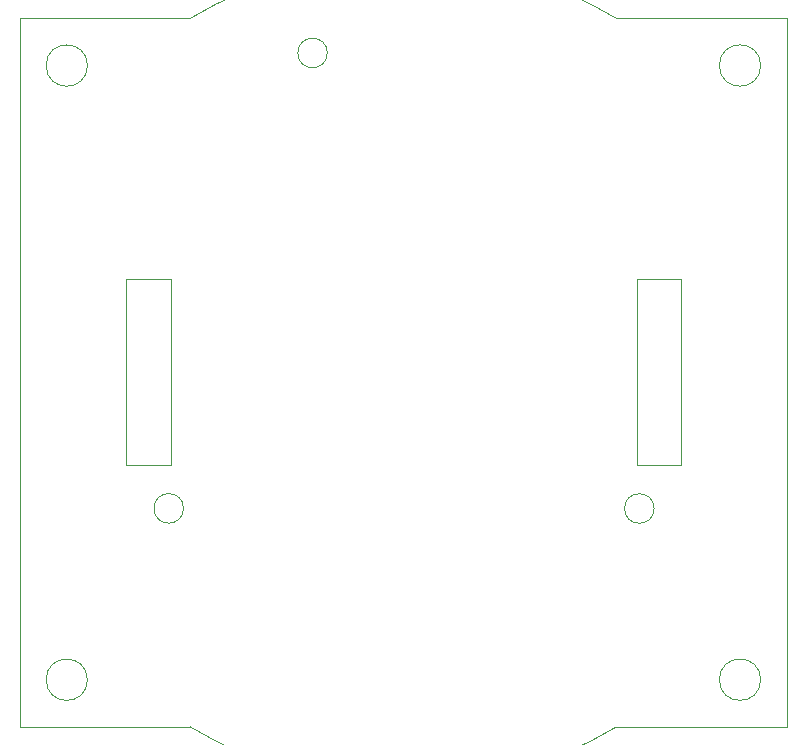
<source format=gbr>
G04 #@! TF.GenerationSoftware,KiCad,Pcbnew,(5.1.5)-3*
G04 #@! TF.CreationDate,2020-03-19T10:51:44+02:00*
G04 #@! TF.ProjectId,SeamlessVision,5365616d-6c65-4737-9356-6973696f6e2e,rev?*
G04 #@! TF.SameCoordinates,Original*
G04 #@! TF.FileFunction,Profile,NP*
%FSLAX46Y46*%
G04 Gerber Fmt 4.6, Leading zero omitted, Abs format (unit mm)*
G04 Created by KiCad (PCBNEW (5.1.5)-3) date 2020-03-19 10:51:44*
%MOMM*%
%LPD*%
G04 APERTURE LIST*
%ADD10C,0.100000*%
%ADD11C,0.050000*%
G04 APERTURE END LIST*
D10*
X92750000Y-115000548D02*
X89000000Y-115000000D01*
X89000000Y-130750000D02*
X92750000Y-130750548D01*
X89000000Y-115000000D02*
X89000000Y-130750000D01*
X92750000Y-115000548D02*
X92750000Y-130750548D01*
X45750000Y-115000000D02*
X45750000Y-130750000D01*
X49500000Y-115000548D02*
X49500000Y-130750548D01*
D11*
X51184164Y-92919404D02*
G75*
G02X87239677Y-92919404I18027756J-30000000D01*
G01*
X36711920Y-152919404D02*
X36711920Y-92919404D01*
X51184164Y-92919404D02*
X36711920Y-92919404D01*
X42461920Y-96919404D02*
G75*
G03X42461920Y-96919404I-1750000J0D01*
G01*
D10*
X45750000Y-130750000D02*
X49500000Y-130750548D01*
X49500000Y-115000548D02*
X45750000Y-115000000D01*
D11*
X50598085Y-134411877D02*
G75*
G03X50598085Y-134411877I-1250000J0D01*
G01*
X51184164Y-152919404D02*
X36711920Y-152919404D01*
X101711920Y-152919404D02*
X101711920Y-92919404D01*
X87239677Y-152919404D02*
G75*
G02X51184164Y-152919404I-18027757J30000000D01*
G01*
X62771510Y-95850747D02*
G75*
G03X62771510Y-95850747I-1250000J0D01*
G01*
X42461920Y-148919404D02*
G75*
G03X42461920Y-148919404I-1750000J0D01*
G01*
X101711920Y-92919404D02*
X87239677Y-92919404D01*
X90435284Y-134419961D02*
G75*
G03X90435284Y-134419961I-1250000J0D01*
G01*
X99461920Y-148919404D02*
G75*
G03X99461920Y-148919404I-1750000J0D01*
G01*
X99461920Y-96919404D02*
G75*
G03X99461920Y-96919404I-1750000J0D01*
G01*
X101711920Y-152919404D02*
X87239677Y-152919404D01*
M02*

</source>
